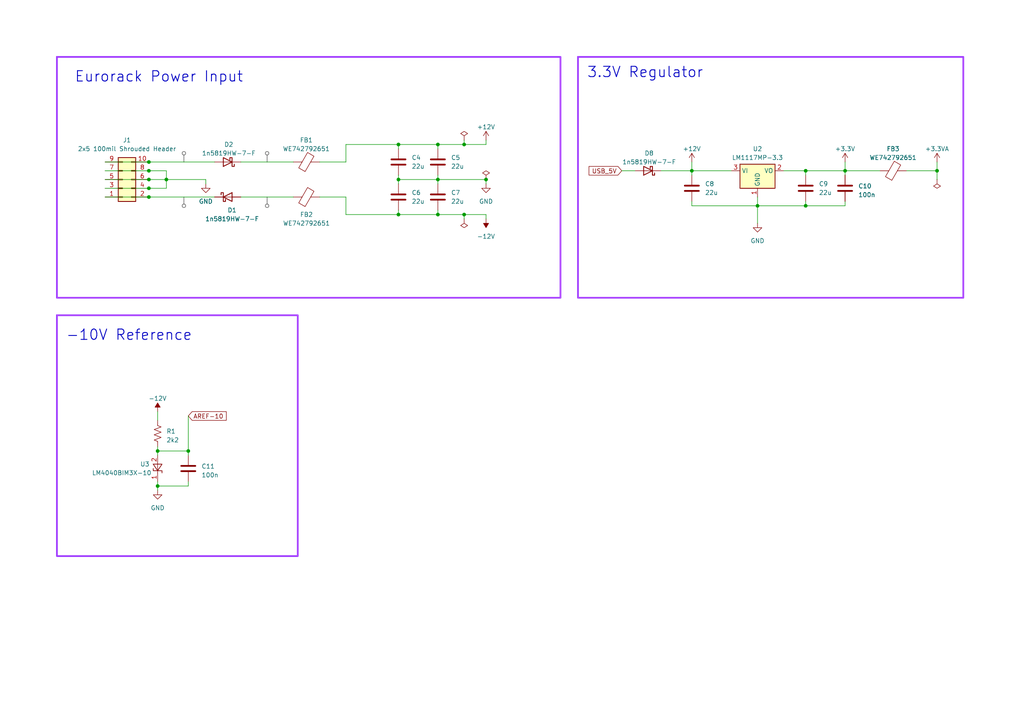
<source format=kicad_sch>
(kicad_sch (version 20230121) (generator eeschema)
  (paper "A4")
  (lib_symbols
    (symbol "Connector_Generic:Conn_02x05_Odd_Even" (pin_names (offset 1.016) hide)
      (property "Reference" "J" (at 1.27 7.62 0))
      (property "Value" "Conn_02x05_Odd_Even" (at 1.27 -7.62 0))
      (symbol "Conn_02x05_Odd_Even_1_1"
        (rectangle (start -1.27 -4.953) (end 0 -5.207) (stroke (width 0.1524)))
        (rectangle (start -1.27 -2.413) (end 0 -2.667) (stroke (width 0.1524)))
        (rectangle (start -1.27 0.127) (end 0 -0.127) (stroke (width 0.1524)))
        (rectangle (start -1.27 2.667) (end 0 2.413) (stroke (width 0.1524)))
        (rectangle (start -1.27 5.207) (end 0 4.953) (stroke (width 0.1524)))
        (rectangle (start -1.27 6.35) (end 3.81 -6.35) (stroke (width 0.254)) (fill (type background)))
        (rectangle (start 3.81 -4.953) (end 2.54 -5.207) (stroke (width 0.1524)))
        (rectangle (start 3.81 -2.413) (end 2.54 -2.667) (stroke (width 0.1524)))
        (rectangle (start 3.81 0.127) (end 2.54 -0.127) (stroke (width 0.1524)))
        (rectangle (start 3.81 2.667) (end 2.54 2.413) (stroke (width 0.1524)))
        (rectangle (start 3.81 5.207) (end 2.54 4.953) (stroke (width 0.1524)))
        (pin passive line (at -5.08 5.08 0) (length 3.81) (name "Pin_1") (number "1"))
        (pin passive line (at 7.62 -5.08 180) (length 3.81) (name "Pin_10") (number "10"))
        (pin passive line (at 7.62 5.08 180) (length 3.81) (name "Pin_2") (number "2"))
        (pin passive line (at -5.08 2.54 0) (length 3.81) (name "Pin_3") (number "3"))
        (pin passive line (at 7.62 2.54 180) (length 3.81) (name "Pin_4") (number "4"))
        (pin passive line (at -5.08 0 0) (length 3.81) (name "Pin_5") (number "5"))
        (pin passive line (at 7.62 0 180) (length 3.81) (name "Pin_6") (number "6"))
        (pin passive line (at -5.08 -2.54 0) (length 3.81) (name "Pin_7") (number "7"))
        (pin passive line (at 7.62 -2.54 180) (length 3.81) (name "Pin_8") (number "8"))
        (pin passive line (at -5.08 -5.08 0) (length 3.81) (name "Pin_9") (number "9"))
      )
    )
    (symbol "Device:C" (pin_numbers hide) (pin_names (offset 0.254))
      (property "Reference" "C" (at 0.635 2.54 0))
      (property "Value" "C" (at 0.635 -2.54 0))
      (symbol "C_0_1"
        (polyline (pts (xy -2.032 -0.762) (xy 2.032 -0.762)) (stroke (width 0.508)))
        (polyline (pts (xy -2.032 0.762) (xy 2.032 0.762)) (stroke (width 0.508)))
      )
      (symbol "C_1_1"
        (pin passive line (at 0 3.81 270) (length 2.794) (name "~") (number "1"))
        (pin passive line (at 0 -3.81 90) (length 2.794) (name "~") (number "2"))
      )
    )
    (symbol "Device:D_Schottky" (pin_numbers hide) (pin_names (offset 1.016) hide)
      (property "Reference" "D" (at 0 2.54 0))
      (property "Value" "D_Schottky" (at 0 -2.54 0))
      (symbol "D_Schottky_0_1"
        (polyline (pts (xy 1.27 0) (xy -1.27 0)))
        (polyline (pts (xy 1.27 1.27) (xy 1.27 -1.27) (xy -1.27 0) (xy 1.27 1.27)) (stroke (width 0.254)))
        (polyline (pts (xy -1.905 0.635) (xy -1.905 1.27) (xy -1.27 1.27) (xy -1.27 -1.27) (xy -0.635 -1.27) (xy -0.635 -0.635)) (stroke (width 0.254)))
      )
      (symbol "D_Schottky_1_1"
        (pin passive line (at -3.81 0 0) (length 2.54) (name "K") (number "1"))
        (pin passive line (at 3.81 0 180) (length 2.54) (name "A") (number "2"))
      )
    )
    (symbol "Device:FerriteBead" (pin_numbers hide) (pin_names (offset 0))
      (property "Reference" "FB" (at -3.81 0.635 90))
      (property "Value" "FerriteBead" (at 3.81 0 90))
      (symbol "FerriteBead_0_1"
        (polyline (pts (xy 0 -1.27) (xy 0 -1.2192)))
        (polyline (pts (xy 0 1.27) (xy 0 1.2954)))
        (polyline (pts (xy -2.7686 0.4064) (xy -1.7018 2.2606) (xy 2.7686 -0.3048) (xy 1.6764 -2.159) (xy -2.7686 0.4064)))
      )
      (symbol "FerriteBead_1_1"
        (pin passive line (at 0 3.81 270) (length 2.54) (name "~") (number "1"))
        (pin passive line (at 0 -3.81 90) (length 2.54) (name "~") (number "2"))
      )
    )
    (symbol "Device:R_US" (pin_numbers hide) (pin_names (offset 0))
      (property "Reference" "R" (at 2.54 0 90))
      (property "Value" "R_US" (at -2.54 0 90))
      (symbol "R_US_0_1"
        (polyline (pts (xy 0 -2.286) (xy 0 -2.54)))
        (polyline (pts (xy 0 2.286) (xy 0 2.54)))
        (polyline (pts (xy 0 -0.762) (xy 1.016 -1.143) (xy 0 -1.524) (xy -1.016 -1.905) (xy 0 -2.286)))
        (polyline (pts (xy 0 0.762) (xy 1.016 0.381) (xy 0 0) (xy -1.016 -0.381) (xy 0 -0.762)))
        (polyline (pts (xy 0 2.286) (xy 1.016 1.905) (xy 0 1.524) (xy -1.016 1.143) (xy 0 0.762)))
      )
      (symbol "R_US_1_1"
        (pin passive line (at 0 3.81 270) (length 1.27) (name "~") (number "1"))
        (pin passive line (at 0 -3.81 90) (length 1.27) (name "~") (number "2"))
      )
    )
    (symbol "Reference_Voltage:LM4040DBZ-10" (pin_names (offset 0.0254) hide)
      (property "Reference" "U" (at 0 2.54 0))
      (property "Value" "LM4040DBZ-10" (at 0 -3.175 0))
      (symbol "LM4040DBZ-10_0_1"
        (polyline (pts (xy -1.27 0) (xy 0 0) (xy 1.27 0)))
        (polyline (pts (xy -1.27 -1.27) (xy 0.635 0) (xy -1.27 1.27) (xy -1.27 -1.27)) (stroke (width 0.2032)))
        (polyline (pts (xy 0 -1.27) (xy 0.635 -1.27) (xy 0.635 1.27) (xy 1.27 1.27)) (stroke (width 0.2032)))
      )
      (symbol "LM4040DBZ-10_1_1"
        (pin passive line (at 3.81 0 180) (length 2.54) (name "K") (number "1"))
        (pin passive line (at -3.81 0 0) (length 2.54) (name "A") (number "2"))
      )
    )
    (symbol "Regulator_Linear:LM1117MP-3.3"
      (property "Reference" "U" (at -3.81 3.175 0))
      (property "Value" "LM1117MP-3.3" (at 0 3.175 0))
      (symbol "LM1117MP-3.3_0_1"
        (rectangle (start -5.08 -5.08) (end 5.08 1.905) (stroke (width 0.254)) (fill (type background)))
      )
      (symbol "LM1117MP-3.3_1_1"
        (pin power_in line (at 0 -7.62 90) (length 2.54) (name "GND") (number "1"))
        (pin power_out line (at 7.62 0 180) (length 2.54) (name "VO") (number "2"))
        (pin power_in line (at -7.62 0 0) (length 2.54) (name "VI") (number "3"))
      )
    )
    (symbol "power:+12V" (power) (pin_names (offset 0))
      (property "Value" "+12V" (at 0 3.556 0))
      (symbol "+12V_0_1"
        (polyline (pts (xy -0.762 1.27) (xy 0 2.54)))
        (polyline (pts (xy 0 0) (xy 0 2.54)))
        (polyline (pts (xy 0 2.54) (xy 0.762 1.27)))
      )
      (symbol "+12V_1_1"
        (pin power_in line (at 0 0 90) (length 0) hide (name "+12V") (number "1"))
      )
    )
    (symbol "power:+3.3V" (power) (pin_names (offset 0))
      (property "Value" "+3.3V" (at 0 3.556 0))
      (symbol "+3.3V_0_1"
        (polyline (pts (xy -0.762 1.27) (xy 0 2.54)))
        (polyline (pts (xy 0 0) (xy 0 2.54)))
        (polyline (pts (xy 0 2.54) (xy 0.762 1.27)))
      )
      (symbol "+3.3V_1_1"
        (pin power_in line (at 0 0 90) (length 0) hide (name "+3.3V") (number "1"))
      )
    )
    (symbol "power:+3.3VA" (power) (pin_names (offset 0))
      (property "Value" "+3.3VA" (at 0 3.556 0))
      (symbol "+3.3VA_0_1"
        (polyline (pts (xy -0.762 1.27) (xy 0 2.54)))
        (polyline (pts (xy 0 0) (xy 0 2.54)))
        (polyline (pts (xy 0 2.54) (xy 0.762 1.27)))
      )
      (symbol "+3.3VA_1_1"
        (pin power_in line (at 0 0 90) (length 0) hide (name "+3.3VA") (number "1"))
      )
    )
    (symbol "power:-12V" (power) (pin_names (offset 0))
      (property "Value" "-12V" (at 0 3.81 0))
      (symbol "-12V_0_0"
        (pin power_in line (at 0 0 90) (length 0) hide (name "-12V") (number "1"))
      )
      (symbol "-12V_0_1"
        (polyline (pts (xy 0 0) (xy 0 1.27) (xy 0.762 1.27) (xy 0 2.54) (xy -0.762 1.27) (xy 0 1.27)) (fill (type outline)))
      )
    )
    (symbol "power:GND" (power) (pin_names (offset 0))
      (property "Value" "GND" (at 0 -3.81 0))
      (symbol "GND_0_1"
        (polyline (pts (xy 0 0) (xy 0 -1.27) (xy 1.27 -1.27) (xy 0 -2.54) (xy -1.27 -1.27) (xy 0 -1.27)))
      )
      (symbol "GND_1_1"
        (pin power_in line (at 0 0 270) (length 0) hide (name "GND") (number "1"))
      )
    )
    (symbol "power:PWR_FLAG" (power) (pin_numbers hide) (pin_names (offset 0) hide)
      (property "Value" "PWR_FLAG" (at 0 3.81 0))
      (symbol "PWR_FLAG_0_0"
        (pin power_out line (at 0 0 90) (length 0) (name "pwr") (number "1"))
      )
      (symbol "PWR_FLAG_0_1"
        (polyline (pts (xy 0 0) (xy 0 1.27) (xy -1.016 1.905) (xy 0 2.54) (xy 1.016 1.905) (xy 0 1.27)))
      )
    )
  )
  (junction (at 245.11 49.53))
  (junction (at 115.57 62.23))
  (junction (at 45.72 130.81))
  (junction (at 219.71 59.69))
  (junction (at 43.18 49.53))
  (junction (at 271.78 49.53))
  (junction (at 43.18 52.07))
  (junction (at 43.18 54.61))
  (junction (at 127 41.91))
  (junction (at 200.66 49.53))
  (junction (at 140.97 52.07))
  (junction (at 48.26 52.07))
  (junction (at 134.62 41.91))
  (junction (at 45.72 140.97))
  (junction (at 134.62 62.23))
  (junction (at 43.18 46.99))
  (junction (at 233.68 59.69))
  (junction (at 115.57 52.07))
  (junction (at 127 62.23))
  (junction (at 43.18 57.15))
  (junction (at 115.57 41.91))
  (junction (at 54.61 130.81))
  (junction (at 127 52.07))
  (junction (at 233.68 49.53))
  (wire (pts (xy 30.48 54.61) (xy 43.18 54.61)))
  (wire (pts (xy 245.11 49.53) (xy 255.27 49.53)))
  (wire (pts (xy 115.57 62.23) (xy 115.57 60.96)))
  (wire (pts (xy 271.78 49.53) (xy 271.78 52.07)))
  (wire (pts (xy 245.11 46.99) (xy 245.11 49.53)))
  (wire (pts (xy 100.33 46.99) (xy 100.33 41.91)))
  (wire (pts (xy 262.89 49.53) (xy 271.78 49.53)))
  (wire (pts (xy 45.72 139.7) (xy 45.72 140.97)))
  (wire (pts (xy 54.61 120.65) (xy 54.61 130.81)))
  (wire (pts (xy 45.72 119.38) (xy 45.72 121.92)))
  (wire (pts (xy 227.33 49.53) (xy 233.68 49.53)))
  (wire (pts (xy 200.66 49.53) (xy 212.09 49.53)))
  (wire (pts (xy 140.97 53.34) (xy 140.97 52.07)))
  (wire (pts (xy 127 62.23) (xy 115.57 62.23)))
  (wire (pts (xy 140.97 40.64) (xy 140.97 41.91)))
  (wire (pts (xy 245.11 50.8) (xy 245.11 49.53)))
  (wire (pts (xy 233.68 49.53) (xy 233.68 50.8)))
  (wire (pts (xy 43.18 46.99) (xy 62.23 46.99)))
  (wire (pts (xy 100.33 57.15) (xy 100.33 62.23)))
  (wire (pts (xy 30.48 52.07) (xy 43.18 52.07)))
  (wire (pts (xy 30.48 57.15) (xy 43.18 57.15)))
  (wire (pts (xy 69.85 46.99) (xy 85.09 46.99)))
  (wire (pts (xy 115.57 41.91) (xy 127 41.91)))
  (wire (pts (xy 30.48 49.53) (xy 43.18 49.53)))
  (wire (pts (xy 271.78 49.53) (xy 271.78 46.99)))
  (wire (pts (xy 43.18 52.07) (xy 48.26 52.07)))
  (wire (pts (xy 219.71 57.15) (xy 219.71 59.69)))
  (wire (pts (xy 245.11 59.69) (xy 245.11 58.42)))
  (wire (pts (xy 140.97 41.91) (xy 134.62 41.91)))
  (wire (pts (xy 127 43.18) (xy 127 41.91)))
  (wire (pts (xy 115.57 41.91) (xy 115.57 43.18)))
  (wire (pts (xy 43.18 57.15) (xy 62.23 57.15)))
  (wire (pts (xy 219.71 59.69) (xy 233.68 59.69)))
  (wire (pts (xy 54.61 132.08) (xy 54.61 130.81)))
  (wire (pts (xy 48.26 52.07) (xy 48.26 54.61)))
  (wire (pts (xy 191.77 49.53) (xy 200.66 49.53)))
  (wire (pts (xy 43.18 49.53) (xy 48.26 49.53)))
  (wire (pts (xy 180.34 49.53) (xy 184.15 49.53)))
  (wire (pts (xy 140.97 63.5) (xy 140.97 62.23)))
  (wire (pts (xy 100.33 62.23) (xy 115.57 62.23)))
  (wire (pts (xy 45.72 129.54) (xy 45.72 130.81)))
  (wire (pts (xy 140.97 62.23) (xy 134.62 62.23)))
  (wire (pts (xy 45.72 140.97) (xy 45.72 142.24)))
  (wire (pts (xy 115.57 50.8) (xy 115.57 52.07)))
  (wire (pts (xy 134.62 40.64) (xy 134.62 41.91)))
  (wire (pts (xy 233.68 59.69) (xy 245.11 59.69)))
  (wire (pts (xy 127 52.07) (xy 127 53.34)))
  (wire (pts (xy 115.57 52.07) (xy 115.57 53.34)))
  (wire (pts (xy 200.66 46.99) (xy 200.66 49.53)))
  (wire (pts (xy 59.69 52.07) (xy 48.26 52.07)))
  (wire (pts (xy 134.62 62.23) (xy 127 62.23)))
  (wire (pts (xy 100.33 41.91) (xy 115.57 41.91)))
  (wire (pts (xy 54.61 130.81) (xy 45.72 130.81)))
  (wire (pts (xy 30.48 46.99) (xy 43.18 46.99)))
  (wire (pts (xy 45.72 130.81) (xy 45.72 132.08)))
  (wire (pts (xy 233.68 59.69) (xy 233.68 58.42)))
  (wire (pts (xy 245.11 49.53) (xy 233.68 49.53)))
  (wire (pts (xy 48.26 49.53) (xy 48.26 52.07)))
  (wire (pts (xy 134.62 41.91) (xy 127 41.91)))
  (wire (pts (xy 134.62 62.23) (xy 134.62 63.5)))
  (wire (pts (xy 115.57 52.07) (xy 127 52.07)))
  (wire (pts (xy 219.71 59.69) (xy 219.71 64.77)))
  (wire (pts (xy 54.61 140.97) (xy 45.72 140.97)))
  (wire (pts (xy 43.18 54.61) (xy 48.26 54.61)))
  (wire (pts (xy 127 60.96) (xy 127 62.23)))
  (wire (pts (xy 54.61 139.7) (xy 54.61 140.97)))
  (wire (pts (xy 200.66 50.8) (xy 200.66 49.53)))
  (wire (pts (xy 92.71 57.15) (xy 100.33 57.15)))
  (wire (pts (xy 140.97 52.07) (xy 127 52.07)))
  (wire (pts (xy 92.71 46.99) (xy 100.33 46.99)))
  (wire (pts (xy 200.66 59.69) (xy 200.66 58.42)))
  (wire (pts (xy 69.85 57.15) (xy 85.09 57.15)))
  (wire (pts (xy 59.69 52.07) (xy 59.69 53.34)))
  (wire (pts (xy 127 50.8) (xy 127 52.07)))
  (wire (pts (xy 200.66 59.69) (xy 219.71 59.69)))
  (rectangle (start 167.64 16.51) (end 279.4 86.36) (stroke (width 0.5) (color 160 58 255 1)))
  (rectangle (start 16.51 16.51) (end 162.56 86.36) (stroke (width 0.5) (color 160 58 255 1)))
  (rectangle (start 16.51 91.44) (end 86.36 161.29) (stroke (width 0.5) (color 160 58 255 1)))
  (text "-10V Reference" (at 19.05 99.06 0) (effects (font (size 3 3) (thickness 0.254) bold) (justify left bottom)))
  (text "3.3V Regulator" (at 170.18 22.86 0) (effects (font (size 3 3) (thickness 0.254) bold) (justify left bottom)))
  (text "Eurorack Power Input" (at 21.59 24.13 0) (effects (font (size 3 3) (thickness 0.254) bold) (justify left bottom)))
  (global_label "AREF-10" (shape input) (at 54.61 120.65 0) (property "Intersheetrefs" "${INTERSHEET_REFS}" (effects hide)))
  (global_label "USB_5V" (shape input) (at 180.34 49.53 180) (property "Intersheetrefs" "${INTERSHEET_REFS}" (effects hide)))
  (netclass_flag "" (length 2.54) (shape round) (at 77.47 46.99 0) (property "Netclass" "Power distribution" (effects hide)))
  (netclass_flag "" (length 2.54) (shape round) (at 77.47 57.15 180) (property "Netclass" "Power distribution" (effects hide)))
  (netclass_flag "" (length 2.54) (shape round) (at 53.34 57.15 180) (property "Netclass" "Power distribution" (effects hide)))
  (netclass_flag "" (length 2.54) (shape round) (at 53.34 46.99 0) (property "Netclass" "Power distribution" (effects hide)))
  (symbol (lib_id "power:-12V") (at 140.97 63.5 180) (unit 1)
    (property "Reference" "#PWR09" (effects hide))
    (property "Value" "-12V" (at 140.97 68.58 0))
  )
  (symbol (lib_id "Device:FerriteBead") (at 88.9 57.15 90) (unit 1)
    (property "Reference" "FB2" (at 88.9 62.23 90))
    (property "Value" "WE742792651" (at 88.9 64.77 90))
    (property "Footprint" "GateDrFootprintLibrary:BEADC1608X100N" (effects hide))
  )
  (symbol (lib_id "power:GND") (at 45.72 142.24 0) (unit 1)
    (property "Reference" "#PWR014" (effects hide))
    (property "Value" "GND" (at 45.72 147.32 0))
  )
  (symbol (lib_id "Device:FerriteBead") (at 88.9 46.99 90) (unit 1)
    (property "Reference" "FB1" (at 88.8492 40.64 90))
    (property "Value" "WE742792651" (at 88.8492 43.18 90))
    (property "Footprint" "GateDrFootprintLibrary:BEADC1608X100N" (effects hide))
  )
  (symbol (lib_id "power:+3.3V") (at 245.11 46.99 0) (unit 1)
    (property "Reference" "#PWR012" (effects hide))
    (property "Value" "+3.3V" (at 245.11 43.18 0))
  )
  (symbol (lib_id "power:-12V") (at 45.72 119.38 0) (unit 1)
    (property "Reference" "#PWR015" (effects hide))
    (property "Value" "-12V" (at 45.72 115.57 0))
  )
  (symbol (lib_id "power:PWR_FLAG") (at 271.78 52.07 180) (unit 1)
    (property "Reference" "#FLG03" (effects hide))
    (property "Value" "PWR_FLAG" (effects hide))
  )
  (symbol (lib_id "power:+3.3VA") (at 271.78 46.99 0) (unit 1)
    (property "Reference" "#PWR013" (effects hide))
    (property "Value" "+3.3VA" (at 271.78 43.18 0))
  )
  (symbol (lib_id "Device:C") (at 200.66 54.61 0) (unit 1)
    (property "Reference" "C8" (at 204.47 53.34 0) (effects (justify left)))
    (property "Value" "22u" (at 204.47 55.88 0) (effects (justify left)))
    (property "Footprint" "Capacitor_SMD:C_0805_2012Metric" (effects hide))
    (property "Mouser Part No." "CL21A226MAYNNNE " (effects hide))
  )
  (symbol (lib_id "Device:R_US") (at 45.72 125.73 0) (unit 1)
    (property "Reference" "R1" (at 48.26 125.095 0) (effects (justify left)))
    (property "Value" "2k2" (at 48.26 127.635 0) (effects (justify left)))
    (property "Footprint" "Resistor_SMD:R_0402_1005Metric" (effects hide))
    (property "Mouser Part No." "CRCW04022K20FKED" (effects hide))
  )
  (symbol (lib_id "Device:D_Schottky") (at 187.96 49.53 180) (unit 1)
    (property "Reference" "D8" (at 188.2775 44.45 0))
    (property "Value" "1n5819HW-7-F" (at 188.2775 46.99 0))
    (property "Footprint" "Diode_SMD:D_SOD-123" (effects hide))
  )
  (symbol (lib_id "power:GND") (at 140.97 53.34 0) (unit 1)
    (property "Reference" "#PWR07" (effects hide))
    (property "Value" "GND" (at 140.97 58.42 0))
  )
  (symbol (lib_id "Regulator_Linear:LM1117MP-3.3") (at 219.71 49.53 0) (unit 1)
    (property "Reference" "U2" (at 219.71 43.18 0))
    (property "Value" "LM1117MP-3.3" (at 219.71 45.72 0))
    (property "Footprint" "Package_TO_SOT_SMD:SOT-223-3_TabPin2" (effects hide))
    (property "Datasheet" "http://www.ti.com/lit/ds/symlink/lm1117.pdf" (effects hide))
  )
  (symbol (lib_id "power:GND") (at 219.71 64.77 0) (unit 1)
    (property "Reference" "#PWR010" (effects hide))
    (property "Value" "GND" (at 219.71 69.85 0))
  )
  (symbol (lib_id "Device:D_Schottky") (at 66.04 57.15 0) (unit 1)
    (property "Reference" "D1" (at 67.31 60.96 0))
    (property "Value" "1n5819HW-7-F" (at 67.31 63.5 0))
    (property "Footprint" "Diode_SMD:D_SOD-123" (effects hide))
  )
  (symbol (lib_id "Device:C") (at 54.61 135.89 0) (unit 1)
    (property "Reference" "C11" (at 58.42 135.255 0) (effects (justify left)))
    (property "Value" "100n" (at 58.42 137.795 0) (effects (justify left)))
    (property "Footprint" "Capacitor_SMD:C_0402_1005Metric" (effects hide))
    (property "Mouser Part No." "GRM155R71H104KE14J " (effects hide))
  )
  (symbol (lib_id "power:PWR_FLAG") (at 134.62 63.5 180) (unit 1)
    (property "Reference" "#FLG02" (effects hide))
    (property "Value" "PWR_FLAG" (effects hide))
  )
  (symbol (lib_id "Device:C") (at 127 46.99 0) (unit 1)
    (property "Reference" "C5" (at 130.81 45.72 0) (effects (justify left)))
    (property "Value" "22u" (at 130.81 48.26 0) (effects (justify left)))
    (property "Footprint" "Capacitor_SMD:C_0805_2012Metric" (effects hide))
    (property "Mouser Part No." "CL21A226MAYNNNE " (effects hide))
  )
  (symbol (lib_id "power:PWR_FLAG") (at 134.62 40.64 0) (unit 1)
    (property "Reference" "#FLG01" (effects hide))
    (property "Value" "PWR_FLAG" (effects hide))
  )
  (symbol (lib_id "power:+12V") (at 140.97 40.64 0) (unit 1)
    (property "Reference" "#PWR08" (effects hide))
    (property "Value" "+12V" (at 140.97 36.83 0))
  )
  (symbol (lib_id "Device:C") (at 233.68 54.61 0) (unit 1)
    (property "Reference" "C9" (at 237.49 53.34 0) (effects (justify left)))
    (property "Value" "22u" (at 237.49 55.88 0) (effects (justify left)))
    (property "Footprint" "Capacitor_SMD:C_0805_2012Metric" (effects hide))
    (property "Mouser Part No." "CL21A226MAYNNNE " (effects hide))
  )
  (symbol (lib_id "power:GND") (at 59.69 53.34 0) (unit 1)
    (property "Reference" "#PWR06" (effects hide))
    (property "Value" "GND" (at 59.69 58.42 0))
  )
  (symbol (lib_id "Reference_Voltage:LM4040DBZ-10") (at 45.72 135.89 270) (unit 1)
    (property "Reference" "U3" (at 40.64 134.62 90) (effects (justify left)))
    (property "Value" "LM4040BIM3X-10" (at 26.67 137.16 90) (effects (justify left)))
    (property "Footprint" "Package_TO_SOT_SMD:SOT-23" (effects hide))
    (property "Datasheet" "http://www.ti.com/lit/ds/symlink/lm4040-n.pdf" (effects hide))
  )
  (symbol (lib_id "Device:C") (at 115.57 57.15 0) (unit 1)
    (property "Reference" "C6" (at 119.38 55.88 0) (effects (justify left)))
    (property "Value" "22u" (at 119.38 58.42 0) (effects (justify left)))
    (property "Footprint" "Capacitor_SMD:C_0805_2012Metric" (effects hide))
    (property "Mouser Part No." "CL21A226MAYNNNE " (effects hide))
  )
  (symbol (lib_id "Device:C") (at 127 57.15 0) (unit 1)
    (property "Reference" "C7" (at 130.81 55.88 0) (effects (justify left)))
    (property "Value" "22u" (at 130.81 58.42 0) (effects (justify left)))
    (property "Footprint" "Capacitor_SMD:C_0805_2012Metric" (effects hide))
    (property "Mouser Part No." "CL21A226MAYNNNE " (effects hide))
  )
  (symbol (lib_id "power:+12V") (at 200.66 46.99 0) (unit 1)
    (property "Reference" "#PWR011" (effects hide))
    (property "Value" "+12V" (at 200.66 43.18 0))
  )
  (symbol (lib_id "Connector_Generic:Conn_02x05_Odd_Even") (at 35.56 52.07 0) (mirror x) (unit 1)
    (property "Reference" "J1" (at 36.83 40.64 0))
    (property "Value" "2x5 100mil Shrouded Header" (at 36.83 43.18 0))
    (property "Footprint" "Connector_IDC:IDC-Header_2x05_P2.54mm_Vertical" (effects hide))
  )
  (symbol (lib_id "Device:FerriteBead") (at 259.08 49.53 90) (unit 1)
    (property "Reference" "FB3" (at 259.0292 43.18 90))
    (property "Value" "WE742792651" (at 259.0292 45.72 90))
    (property "Footprint" "GateDrFootprintLibrary:BEADC1608X100N" (effects hide))
  )
  (symbol (lib_id "power:PWR_FLAG") (at 140.97 52.07 0) (unit 1)
    (property "Reference" "#FLG04" (effects hide))
    (property "Value" "PWR_FLAG" (effects hide))
  )
  (symbol (lib_id "Device:C") (at 245.11 54.61 0) (unit 1)
    (property "Reference" "C10" (at 248.92 53.975 0) (effects (justify left)))
    (property "Value" "100n" (at 248.92 56.515 0) (effects (justify left)))
    (property "Footprint" "Capacitor_SMD:C_0402_1005Metric" (effects hide))
    (property "Mouser Part No." "GRM155R71H104KE14J " (effects hide))
  )
  (symbol (lib_id "Device:C") (at 115.57 46.99 0) (unit 1)
    (property "Reference" "C4" (at 119.38 45.72 0) (effects (justify left)))
    (property "Value" "22u" (at 119.38 48.26 0) (effects (justify left)))
    (property "Footprint" "Capacitor_SMD:C_0805_2012Metric" (effects hide))
    (property "Mouser Part No." "CL21A226MAYNNNE " (effects hide))
  )
  (symbol (lib_id "Device:D_Schottky") (at 66.04 46.99 180) (unit 1)
    (property "Reference" "D2" (at 66.3575 41.91 0))
    (property "Value" "1n5819HW-7-F" (at 66.3575 44.45 0))
    (property "Footprint" "Diode_SMD:D_SOD-123" (effects hide))
  )
)
</source>
